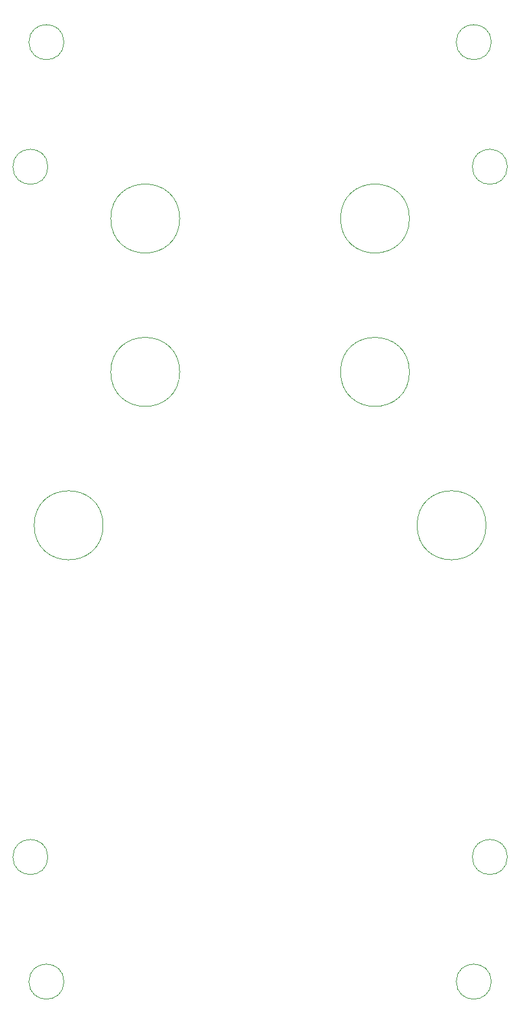
<source format=gto>
G04 #@! TF.GenerationSoftware,KiCad,Pcbnew,(5.1.0)-1*
G04 #@! TF.CreationDate,2019-05-25T14:28:57-04:00*
G04 #@! TF.ProjectId,VCO_2_RevB_Panel,56434f5f-325f-4526-9576-425f50616e65,rev?*
G04 #@! TF.SameCoordinates,Original*
G04 #@! TF.FileFunction,Legend,Top*
G04 #@! TF.FilePolarity,Positive*
%FSLAX46Y46*%
G04 Gerber Fmt 4.6, Leading zero omitted, Abs format (unit mm)*
G04 Created by KiCad (PCBNEW (5.1.0)-1) date 2019-05-25 14:28:57*
%MOMM*%
%LPD*%
G04 APERTURE LIST*
%ADD10C,0.120000*%
G04 APERTURE END LIST*
D10*
X112286000Y-125000000D02*
G75*
G03X112286000Y-125000000I-2286000J0D01*
G01*
X52286000Y-125000000D02*
G75*
G03X52286000Y-125000000I-2286000J0D01*
G01*
X112286000Y-35000000D02*
G75*
G03X112286000Y-35000000I-2286000J0D01*
G01*
X52286000Y-35000000D02*
G75*
G03X52286000Y-35000000I-2286000J0D01*
G01*
X54386000Y-18750000D02*
G75*
G03X54386000Y-18750000I-2286000J0D01*
G01*
X110186000Y-18750000D02*
G75*
G03X110186000Y-18750000I-2286000J0D01*
G01*
X54386000Y-141250000D02*
G75*
G03X54386000Y-141250000I-2286000J0D01*
G01*
X110186000Y-141250000D02*
G75*
G03X110186000Y-141250000I-2286000J0D01*
G01*
X69500000Y-61750000D02*
G75*
G03X69500000Y-61750000I-4500000J0D01*
G01*
X59500000Y-81750000D02*
G75*
G03X59500000Y-81750000I-4500000J0D01*
G01*
X99500000Y-61750000D02*
G75*
G03X99500000Y-61750000I-4500000J0D01*
G01*
X109500000Y-81750000D02*
G75*
G03X109500000Y-81750000I-4500000J0D01*
G01*
X69500000Y-41750000D02*
G75*
G03X69500000Y-41750000I-4500000J0D01*
G01*
X99500000Y-41750000D02*
G75*
G03X99500000Y-41750000I-4500000J0D01*
G01*
M02*

</source>
